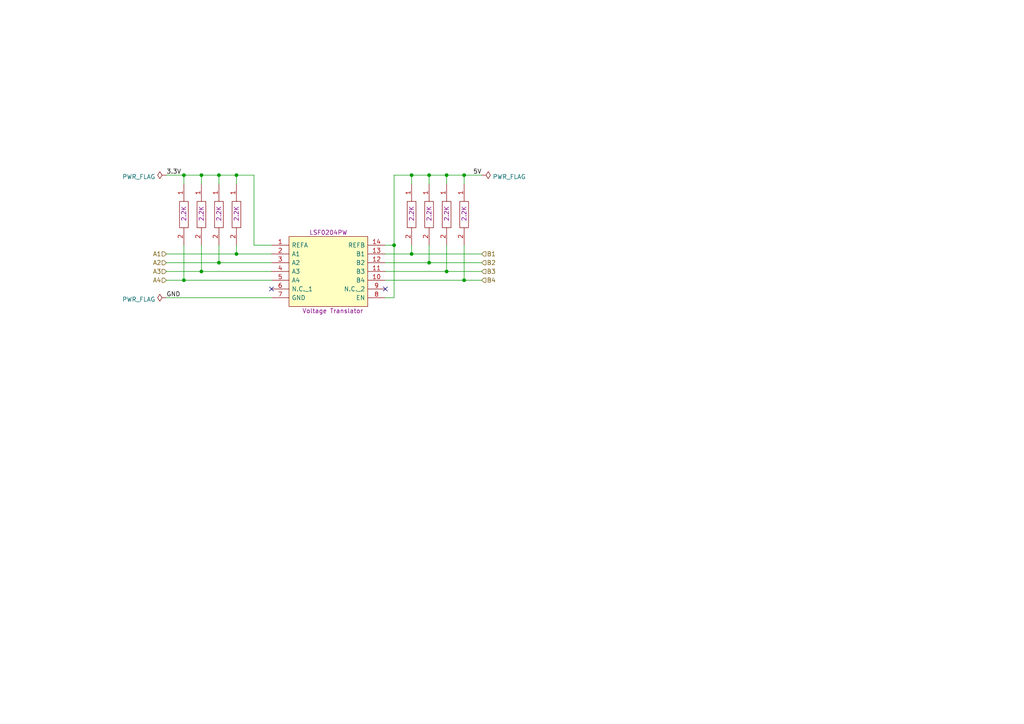
<source format=kicad_sch>
(kicad_sch (version 20211123) (generator eeschema)
  (paper "A4")
  (lib_symbols
    (symbol "Nexperia:LSF0204PW-Q100J" (pin_names (offset 0.762))
      (property "Reference" "IC" (at 15.875 5.715 0))
      (property "Description" "Voltage Translator" (at 8.255 -19.05 0))
      (property "Silk" "LSF0204PW" (at 17.145 3.81 0))
      (symbol "LSF0204PW-Q100J_0_0"
        (pin passive line (at 0 0 0) (length 5.08) (name "REFA") (number "1"))
        (pin passive line (at 33.02 -10.16 180) (length 5.08) (name "B4") (number "10"))
        (pin passive line (at 33.02 -7.62 180) (length 5.08) (name "B3") (number "11"))
        (pin passive line (at 33.02 -5.08 180) (length 5.08) (name "B2") (number "12"))
        (pin passive line (at 33.02 -2.54 180) (length 5.08) (name "B1") (number "13"))
        (pin passive line (at 33.02 0 180) (length 5.08) (name "REFB") (number "14"))
        (pin passive line (at 0 -2.54 0) (length 5.08) (name "A1") (number "2"))
        (pin passive line (at 0 -5.08 0) (length 5.08) (name "A2") (number "3"))
        (pin passive line (at 0 -7.62 0) (length 5.08) (name "A3") (number "4"))
        (pin passive line (at 0 -10.16 0) (length 5.08) (name "A4") (number "5"))
        (pin passive line (at 0 -12.7 0) (length 5.08) (name "N.C._1") (number "6"))
        (pin passive line (at 0 -15.24 0) (length 5.08) (name "GND") (number "7"))
        (pin passive line (at 33.02 -15.24 180) (length 5.08) (name "EN") (number "8"))
        (pin passive line (at 33.02 -12.7 180) (length 5.08) (name "N.C._2") (number "9"))
      )
      (symbol "LSF0204PW-Q100J_0_1"
        (polyline (pts (xy 5.08 2.54) (xy 27.94 2.54) (xy 27.94 -17.78) (xy 5.08 -17.78) (xy 5.08 2.54)) (stroke (width 0.1524)) (fill (type background)))
      )
    )
    (symbol "Yageo:MFR-12FTF52-0R" (pin_names (offset 0.762))
      (property "Reference" "R" (at 13.97 6.35 0))
      (property "Value" "MFR-12FTF52-0R" (at 13.97 3.81 0))
      (symbol "MFR-12FTF52-0R_0_0"
        (pin passive line (at 0 0 0) (length 5.08) (name "~") (number "1"))
        (pin passive line (at 17.78 0 180) (length 5.08) (name "~") (number "2"))
      )
      (symbol "MFR-12FTF52-0R_0_1"
        (polyline (pts (xy 5.08 1.27) (xy 12.7 1.27) (xy 12.7 -1.27) (xy 5.08 -1.27) (xy 5.08 1.27)) (stroke (width 0.1524)))
      )
    )
    (symbol "power:PWR_FLAG" (power) (pin_numbers hide) (pin_names (offset 0) hide)
      (property "Value" "PWR_FLAG" (at 0 3.81 0))
      (symbol "PWR_FLAG_0_0"
        (pin power_out line (at 0 0 90) (length 0) (name "pwr") (number "1"))
      )
      (symbol "PWR_FLAG_0_1"
        (polyline (pts (xy 0 0) (xy 0 1.27) (xy -1.016 1.905) (xy 0 2.54) (xy 1.016 1.905) (xy 0 1.27)))
      )
    )
  )
  (junction (at 63.5 76.2))
  (junction (at 53.34 81.28))
  (junction (at 134.62 81.28))
  (junction (at 119.38 50.8))
  (junction (at 58.42 50.8))
  (junction (at 124.46 50.8))
  (junction (at 58.42 78.74))
  (junction (at 53.34 50.8))
  (junction (at 124.46 76.2))
  (junction (at 129.54 78.74))
  (junction (at 129.54 50.8))
  (junction (at 114.3 71.12))
  (junction (at 63.5 50.8))
  (junction (at 68.58 73.66))
  (junction (at 68.58 50.8))
  (junction (at 119.38 73.66))
  (junction (at 134.62 50.8))
  (no_connect (at 111.76 83.82))
  (no_connect (at 78.74 83.82))
  (wire (pts (xy 58.42 50.8) (xy 58.42 53.34)))
  (wire (pts (xy 58.42 50.8) (xy 63.5 50.8)))
  (wire (pts (xy 48.26 50.8) (xy 53.34 50.8)))
  (wire (pts (xy 68.58 50.8) (xy 68.58 53.34)))
  (wire (pts (xy 119.38 53.34) (xy 119.38 50.8)))
  (wire (pts (xy 114.3 86.36) (xy 111.76 86.36)))
  (wire (pts (xy 48.26 81.28) (xy 53.34 81.28)))
  (wire (pts (xy 111.76 78.74) (xy 129.54 78.74)))
  (wire (pts (xy 73.66 71.12) (xy 78.74 71.12)))
  (wire (pts (xy 48.26 86.36) (xy 78.74 86.36)))
  (wire (pts (xy 53.34 81.28) (xy 53.34 71.12)))
  (wire (pts (xy 134.62 50.8) (xy 139.7 50.8)))
  (wire (pts (xy 114.3 71.12) (xy 111.76 71.12)))
  (wire (pts (xy 129.54 71.12) (xy 129.54 78.74)))
  (wire (pts (xy 111.76 76.2) (xy 124.46 76.2)))
  (wire (pts (xy 124.46 76.2) (xy 139.7 76.2)))
  (wire (pts (xy 134.62 50.8) (xy 134.62 53.34)))
  (wire (pts (xy 134.62 71.12) (xy 134.62 81.28)))
  (wire (pts (xy 63.5 50.8) (xy 68.58 50.8)))
  (wire (pts (xy 119.38 50.8) (xy 124.46 50.8)))
  (wire (pts (xy 53.34 53.34) (xy 53.34 50.8)))
  (wire (pts (xy 124.46 50.8) (xy 124.46 53.34)))
  (wire (pts (xy 129.54 50.8) (xy 129.54 53.34)))
  (wire (pts (xy 129.54 50.8) (xy 134.62 50.8)))
  (wire (pts (xy 134.62 81.28) (xy 139.7 81.28)))
  (wire (pts (xy 114.3 71.12) (xy 114.3 50.8)))
  (wire (pts (xy 58.42 78.74) (xy 58.42 71.12)))
  (wire (pts (xy 63.5 71.12) (xy 63.5 76.2)))
  (wire (pts (xy 63.5 50.8) (xy 63.5 53.34)))
  (wire (pts (xy 119.38 71.12) (xy 119.38 73.66)))
  (wire (pts (xy 124.46 71.12) (xy 124.46 76.2)))
  (wire (pts (xy 111.76 73.66) (xy 119.38 73.66)))
  (wire (pts (xy 114.3 50.8) (xy 119.38 50.8)))
  (wire (pts (xy 68.58 50.8) (xy 73.66 50.8)))
  (wire (pts (xy 78.74 81.28) (xy 53.34 81.28)))
  (wire (pts (xy 78.74 78.74) (xy 58.42 78.74)))
  (wire (pts (xy 48.26 78.74) (xy 58.42 78.74)))
  (wire (pts (xy 68.58 73.66) (xy 68.58 71.12)))
  (wire (pts (xy 48.26 73.66) (xy 68.58 73.66)))
  (wire (pts (xy 114.3 71.12) (xy 114.3 86.36)))
  (wire (pts (xy 129.54 78.74) (xy 139.7 78.74)))
  (wire (pts (xy 119.38 73.66) (xy 139.7 73.66)))
  (wire (pts (xy 63.5 76.2) (xy 78.74 76.2)))
  (wire (pts (xy 124.46 50.8) (xy 129.54 50.8)))
  (wire (pts (xy 48.26 76.2) (xy 63.5 76.2)))
  (wire (pts (xy 111.76 81.28) (xy 134.62 81.28)))
  (wire (pts (xy 78.74 73.66) (xy 68.58 73.66)))
  (wire (pts (xy 73.66 50.8) (xy 73.66 71.12)))
  (wire (pts (xy 53.34 50.8) (xy 58.42 50.8)))
  (label "5V" (at 139.7 50.8 180))
  (label "3.3V" (at 48.26 50.8 0))
  (label "GND" (at 48.26 86.36 0))
  (hierarchical_label "B3" (shape input) (at 139.7 78.74 0))
  (hierarchical_label "A3" (shape input) (at 48.26 78.74 180))
  (hierarchical_label "A4" (shape input) (at 48.26 81.28 180))
  (hierarchical_label "A2" (shape input) (at 48.26 76.2 180))
  (hierarchical_label "A1" (shape input) (at 48.26 73.66 180))
  (hierarchical_label "B2" (shape input) (at 139.7 76.2 0))
  (hierarchical_label "B1" (shape input) (at 139.7 73.66 0))
  (hierarchical_label "B4" (shape input) (at 139.7 81.28 0))
  (symbol (lib_id "Yageo:MFR-12FTF52-0R") (at 53.34 53.34 270) (unit 1)
    (property "Reference" "2.2KOhm?" (effects hide))
    (property "Value" "MFR-12FTF52-0R" (effects hide))
    (property "Footprint" "RESAD1100W50L340D190" (effects hide))
    (property "Datasheet" "https://www.mouser.co.za/datasheet/2/447/Yageo_LR_MFR_1-1714151.pdf" (effects hide))
    (property "Description" "2.2K" (at 53.34 59.69 0) (effects (justify left)))
    (property "Manufacturer_Name" "YAGEO (PHYCOMP)" (effects hide))
    (property "Manufacturer_Part_Number" "MFR-12FTF52-0R" (effects hide))
    (property "Mouser Part Number" "603-MFR-12FTF52-0R" (effects hide))
    (property "Mouser Price/Stock" "https://www.mouser.co.uk/ProductDetail/YAGEO/MFR-12FTF52-0R?qs=oAGoVhmvjhzqGHRLNGXNHg%3D%3D" (effects hide))
  )
  (symbol (lib_id "power:PWR_FLAG") (at 48.26 86.36 90) (unit 1)
    (property "Reference" "#FLG?" (effects hide))
    (property "Value" "PWR_FLAG" (at 45.0851 86.839 90) (effects (justify left)))
  )
  (symbol (lib_id "Yageo:MFR-12FTF52-0R") (at 124.46 53.34 270) (unit 1)
    (property "Reference" "2.2KOhm?" (effects hide))
    (property "Value" "MFR-12FTF52-0R" (effects hide))
    (property "Footprint" "RESAD1100W50L340D190" (effects hide))
    (property "Datasheet" "https://www.mouser.co.za/datasheet/2/447/Yageo_LR_MFR_1-1714151.pdf" (effects hide))
    (property "Description" "2.2K" (at 124.46 59.69 0) (effects (justify left)))
    (property "Manufacturer_Name" "YAGEO (PHYCOMP)" (effects hide))
    (property "Manufacturer_Part_Number" "MFR-12FTF52-0R" (effects hide))
    (property "Mouser Part Number" "603-MFR-12FTF52-0R" (effects hide))
    (property "Mouser Price/Stock" "https://www.mouser.co.uk/ProductDetail/YAGEO/MFR-12FTF52-0R?qs=oAGoVhmvjhzqGHRLNGXNHg%3D%3D" (effects hide))
  )
  (symbol (lib_id "Yageo:MFR-12FTF52-0R") (at 68.58 53.34 270) (unit 1)
    (property "Reference" "2.2KOhm?" (effects hide))
    (property "Value" "MFR-12FTF52-0R" (effects hide))
    (property "Footprint" "RESAD1100W50L340D190" (effects hide))
    (property "Datasheet" "https://www.mouser.co.za/datasheet/2/447/Yageo_LR_MFR_1-1714151.pdf" (effects hide))
    (property "Description" "2.2K" (at 68.58 59.69 0) (effects (justify left)))
    (property "Manufacturer_Name" "YAGEO (PHYCOMP)" (effects hide))
    (property "Manufacturer_Part_Number" "MFR-12FTF52-0R" (effects hide))
    (property "Mouser Part Number" "603-MFR-12FTF52-0R" (effects hide))
    (property "Mouser Price/Stock" "https://www.mouser.co.uk/ProductDetail/YAGEO/MFR-12FTF52-0R?qs=oAGoVhmvjhzqGHRLNGXNHg%3D%3D" (effects hide))
  )
  (symbol (lib_id "Yageo:MFR-12FTF52-0R") (at 58.42 53.34 270) (unit 1)
    (property "Reference" "2.2KOhm?" (effects hide))
    (property "Value" "MFR-12FTF52-0R" (effects hide))
    (property "Footprint" "RESAD1100W50L340D190" (effects hide))
    (property "Datasheet" "https://www.mouser.co.za/datasheet/2/447/Yageo_LR_MFR_1-1714151.pdf" (effects hide))
    (property "Description" "2.2K" (at 58.42 59.69 0) (effects (justify left)))
    (property "Manufacturer_Name" "YAGEO (PHYCOMP)" (effects hide))
    (property "Manufacturer_Part_Number" "MFR-12FTF52-0R" (effects hide))
    (property "Mouser Part Number" "603-MFR-12FTF52-0R" (effects hide))
    (property "Mouser Price/Stock" "https://www.mouser.co.uk/ProductDetail/YAGEO/MFR-12FTF52-0R?qs=oAGoVhmvjhzqGHRLNGXNHg%3D%3D" (effects hide))
  )
  (symbol (lib_id "Yageo:MFR-12FTF52-0R") (at 119.38 53.34 270) (unit 1)
    (property "Reference" "2.2KOhm" (effects hide))
    (property "Value" "MFR-12FTF52-0R" (effects hide))
    (property "Footprint" "RESAD1100W50L340D190" (effects hide))
    (property "Datasheet" "https://www.mouser.co.za/datasheet/2/447/Yageo_LR_MFR_1-1714151.pdf" (effects hide))
    (property "Description" "2.2K" (at 119.38 59.69 0) (effects (justify left)))
    (property "Manufacturer_Name" "YAGEO (PHYCOMP)" (effects hide))
    (property "Manufacturer_Part_Number" "MFR-12FTF52-0R" (effects hide))
    (property "Mouser Part Number" "603-MFR-12FTF52-0R" (effects hide))
    (property "Mouser Price/Stock" "https://www.mouser.co.uk/ProductDetail/YAGEO/MFR-12FTF52-0R?qs=oAGoVhmvjhzqGHRLNGXNHg%3D%3D" (effects hide))
  )
  (symbol (lib_id "Yageo:MFR-12FTF52-0R") (at 134.62 53.34 270) (unit 1)
    (property "Reference" "2.2KOhm?" (effects hide))
    (property "Value" "MFR-12FTF52-0R" (effects hide))
    (property "Footprint" "RESAD1100W50L340D190" (effects hide))
    (property "Datasheet" "https://www.mouser.co.za/datasheet/2/447/Yageo_LR_MFR_1-1714151.pdf" (effects hide))
    (property "Description" "2.2K" (at 134.62 59.69 0) (effects (justify left)))
    (property "Manufacturer_Name" "YAGEO (PHYCOMP)" (effects hide))
    (property "Manufacturer_Part_Number" "MFR-12FTF52-0R" (effects hide))
    (property "Mouser Part Number" "603-MFR-12FTF52-0R" (effects hide))
    (property "Mouser Price/Stock" "https://www.mouser.co.uk/ProductDetail/YAGEO/MFR-12FTF52-0R?qs=oAGoVhmvjhzqGHRLNGXNHg%3D%3D" (effects hide))
  )
  (symbol (lib_id "Yageo:MFR-12FTF52-0R") (at 63.5 53.34 270) (unit 1)
    (property "Reference" "2.2KOhm?" (effects hide))
    (property "Value" "MFR-12FTF52-0R" (effects hide))
    (property "Footprint" "RESAD1100W50L340D190" (effects hide))
    (property "Datasheet" "https://www.mouser.co.za/datasheet/2/447/Yageo_LR_MFR_1-1714151.pdf" (effects hide))
    (property "Description" "2.2K" (at 63.5 59.69 0) (effects (justify left)))
    (property "Manufacturer_Name" "YAGEO (PHYCOMP)" (effects hide))
    (property "Manufacturer_Part_Number" "MFR-12FTF52-0R" (effects hide))
    (property "Mouser Part Number" "603-MFR-12FTF52-0R" (effects hide))
    (property "Mouser Price/Stock" "https://www.mouser.co.uk/ProductDetail/YAGEO/MFR-12FTF52-0R?qs=oAGoVhmvjhzqGHRLNGXNHg%3D%3D" (effects hide))
  )
  (symbol (lib_id "power:PWR_FLAG") (at 139.7 50.8 270) (unit 1)
    (property "Reference" "#FLG?" (effects hide))
    (property "Value" "PWR_FLAG" (at 142.875 51.279 90) (effects (justify left)))
  )
  (symbol (lib_id "power:PWR_FLAG") (at 48.26 50.8 90) (unit 1)
    (property "Reference" "#FLG?" (effects hide))
    (property "Value" "PWR_FLAG" (at 45.0851 51.279 90) (effects (justify left)))
  )
  (symbol (lib_id "Yageo:MFR-12FTF52-0R") (at 129.54 53.34 270) (unit 1)
    (property "Reference" "2.2KOhm?" (effects hide))
    (property "Value" "MFR-12FTF52-0R" (effects hide))
    (property "Footprint" "RESAD1100W50L340D190" (effects hide))
    (property "Datasheet" "https://www.mouser.co.za/datasheet/2/447/Yageo_LR_MFR_1-1714151.pdf" (effects hide))
    (property "Description" "2.2K" (at 129.54 59.69 0) (effects (justify left)))
    (property "Manufacturer_Name" "YAGEO (PHYCOMP)" (effects hide))
    (property "Manufacturer_Part_Number" "MFR-12FTF52-0R" (effects hide))
    (property "Mouser Part Number" "603-MFR-12FTF52-0R" (effects hide))
    (property "Mouser Price/Stock" "https://www.mouser.co.uk/ProductDetail/YAGEO/MFR-12FTF52-0R?qs=oAGoVhmvjhzqGHRLNGXNHg%3D%3D" (effects hide))
  )
  (symbol (lib_id "Nexperia:LSF0204PW-Q100J") (at 78.74 71.12 0) (unit 1)
    (property "Reference" "IC?" (effects hide))
    (property "Value" "LSF0204PW-Q100J" (effects hide))
    (property "Footprint" "SOP65P640X110-14N" (effects hide))
    (property "Datasheet" "https://assets.nexperia.com/documents/data-sheet/LSF0204_Q100.pdf" (effects hide))
    (property "Description" "Voltage Translator" (at 96.52 90.17 0))
    (property "Height" "1.1" (effects hide))
    (property "Mouser Part Number" "771-LSF0204PW-Q100J" (effects hide))
    (property "Mouser Price/Stock" "https://www.mouser.co.uk/ProductDetail/Nexperia/LSF0204PW-Q100J?qs=DPoM0jnrROXA8naUdxkzeA%3D%3D" (effects hide))
    (property "Manufacturer_Name" "Nexperia" (effects hide))
    (property "Manufacturer_Part_Number" "LSF0204PW-Q100J" (effects hide))
    (property "Silk" "LSF0204PW" (at 95.25 67.4393 0))
  )
)
</source>
